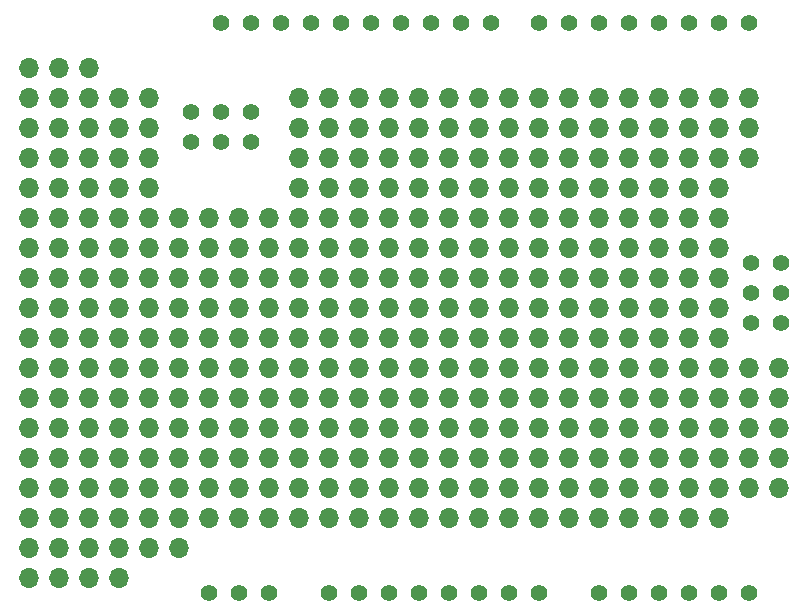
<source format=gbr>
%TF.GenerationSoftware,KiCad,Pcbnew,(6.0.10)*%
%TF.CreationDate,2023-07-13T12:22:52-04:00*%
%TF.ProjectId,ArduinoUnoR4Shield,41726475-696e-46f5-956e-6f5234536869,1.0*%
%TF.SameCoordinates,Original*%
%TF.FileFunction,Copper,L2,Bot*%
%TF.FilePolarity,Positive*%
%FSLAX46Y46*%
G04 Gerber Fmt 4.6, Leading zero omitted, Abs format (unit mm)*
G04 Created by KiCad (PCBNEW (6.0.10)) date 2023-07-13 12:22:52*
%MOMM*%
%LPD*%
G01*
G04 APERTURE LIST*
%TA.AperFunction,ComponentPad*%
%ADD10O,1.700000X1.700000*%
%TD*%
%TA.AperFunction,ComponentPad*%
%ADD11C,1.422000*%
%TD*%
G04 APERTURE END LIST*
D10*
%TO.P,REF\u002A\u002A,1*%
%TO.N,N/C*%
X109220000Y-90170000D03*
%TO.P,REF\u002A\u002A,2*%
X111760000Y-90170000D03*
%TO.P,REF\u002A\u002A,3*%
X114300000Y-90170000D03*
%TO.P,REF\u002A\u002A,4*%
X116840000Y-90170000D03*
%TO.P,REF\u002A\u002A,5*%
X119380000Y-90170000D03*
%TO.P,REF\u002A\u002A,6*%
X121920000Y-90170000D03*
%TO.P,REF\u002A\u002A,7*%
X124460000Y-90170000D03*
%TO.P,REF\u002A\u002A,8*%
X127000000Y-90170000D03*
%TO.P,REF\u002A\u002A,9*%
X129540000Y-90170000D03*
%TO.P,REF\u002A\u002A,10*%
X132080000Y-90170000D03*
%TO.P,REF\u002A\u002A,11*%
X134620000Y-90170000D03*
%TO.P,REF\u002A\u002A,12*%
X137160000Y-90170000D03*
%TO.P,REF\u002A\u002A,13*%
X139700000Y-90170000D03*
%TO.P,REF\u002A\u002A,14*%
X142240000Y-90170000D03*
%TO.P,REF\u002A\u002A,15*%
X144780000Y-90170000D03*
%TO.P,REF\u002A\u002A,16*%
X147320000Y-90170000D03*
%TO.P,REF\u002A\u002A,17*%
X149860000Y-90170000D03*
%TO.P,REF\u002A\u002A,18*%
X152400000Y-90170000D03*
%TO.P,REF\u002A\u002A,19*%
X154940000Y-90170000D03*
%TO.P,REF\u002A\u002A,20*%
X157480000Y-90170000D03*
%TO.P,REF\u002A\u002A,21*%
X160020000Y-90170000D03*
%TO.P,REF\u002A\u002A,22*%
X162560000Y-90170000D03*
%TO.P,REF\u002A\u002A,23*%
X165100000Y-90170000D03*
%TO.P,REF\u002A\u002A,24*%
X167640000Y-90170000D03*
%TD*%
%TO.P,REF\u002A\u002A,1*%
%TO.N,N/C*%
X109220000Y-97790000D03*
%TO.P,REF\u002A\u002A,2*%
X111760000Y-97790000D03*
%TO.P,REF\u002A\u002A,3*%
X114300000Y-97790000D03*
%TO.P,REF\u002A\u002A,4*%
X116840000Y-97790000D03*
%TO.P,REF\u002A\u002A,5*%
X119380000Y-97790000D03*
%TO.P,REF\u002A\u002A,6*%
X121920000Y-97790000D03*
%TO.P,REF\u002A\u002A,7*%
X124460000Y-97790000D03*
%TO.P,REF\u002A\u002A,8*%
X127000000Y-97790000D03*
%TO.P,REF\u002A\u002A,9*%
X129540000Y-97790000D03*
%TO.P,REF\u002A\u002A,10*%
X132080000Y-97790000D03*
%TO.P,REF\u002A\u002A,11*%
X134620000Y-97790000D03*
%TO.P,REF\u002A\u002A,12*%
X137160000Y-97790000D03*
%TO.P,REF\u002A\u002A,13*%
X139700000Y-97790000D03*
%TO.P,REF\u002A\u002A,14*%
X142240000Y-97790000D03*
%TO.P,REF\u002A\u002A,15*%
X144780000Y-97790000D03*
%TO.P,REF\u002A\u002A,16*%
X147320000Y-97790000D03*
%TO.P,REF\u002A\u002A,17*%
X149860000Y-97790000D03*
%TO.P,REF\u002A\u002A,18*%
X152400000Y-97790000D03*
%TO.P,REF\u002A\u002A,19*%
X154940000Y-97790000D03*
%TO.P,REF\u002A\u002A,20*%
X157480000Y-97790000D03*
%TO.P,REF\u002A\u002A,21*%
X160020000Y-97790000D03*
%TO.P,REF\u002A\u002A,22*%
X162560000Y-97790000D03*
%TO.P,REF\u002A\u002A,23*%
X165100000Y-97790000D03*
%TO.P,REF\u002A\u002A,24*%
X167640000Y-97790000D03*
%TO.P,REF\u002A\u002A,25*%
X170180000Y-97790000D03*
%TO.P,REF\u002A\u002A,26*%
X172720000Y-97790000D03*
%TD*%
D11*
%TO.P,U1,1,OFF*%
%TO.N,unconnected-(U1-Pad1)*%
X124474990Y-116840010D03*
%TO.P,U1,2,GND*%
%TO.N,unconnected-(U1-Pad2)*%
X127014990Y-116840010D03*
%TO.P,U1,3,VRTC*%
%TO.N,unconnected-(U1-Pad3)*%
X129554990Y-116840010D03*
%TD*%
D10*
%TO.P,REF\u002A\u002A,1*%
%TO.N,N/C*%
X109220000Y-77470000D03*
%TO.P,REF\u002A\u002A,2*%
X111760000Y-77470000D03*
%TO.P,REF\u002A\u002A,3*%
X114300000Y-77470000D03*
%TO.P,REF\u002A\u002A,4*%
X116840000Y-77470000D03*
%TO.P,REF\u002A\u002A,5*%
X119380000Y-77470000D03*
%TO.P,REF\u002A\u002A,10*%
X132080000Y-77470000D03*
%TO.P,REF\u002A\u002A,11*%
X134620000Y-77470000D03*
%TO.P,REF\u002A\u002A,12*%
X137160000Y-77470000D03*
%TO.P,REF\u002A\u002A,13*%
X139700000Y-77470000D03*
%TO.P,REF\u002A\u002A,14*%
X142240000Y-77470000D03*
%TO.P,REF\u002A\u002A,15*%
X144780000Y-77470000D03*
%TO.P,REF\u002A\u002A,16*%
X147320000Y-77470000D03*
%TO.P,REF\u002A\u002A,17*%
X149860000Y-77470000D03*
%TO.P,REF\u002A\u002A,18*%
X152400000Y-77470000D03*
%TO.P,REF\u002A\u002A,19*%
X154940000Y-77470000D03*
%TO.P,REF\u002A\u002A,20*%
X157480000Y-77470000D03*
%TO.P,REF\u002A\u002A,21*%
X160020000Y-77470000D03*
%TO.P,REF\u002A\u002A,22*%
X162560000Y-77470000D03*
%TO.P,REF\u002A\u002A,23*%
X165100000Y-77470000D03*
%TO.P,REF\u002A\u002A,24*%
X167640000Y-77470000D03*
%TO.P,REF\u002A\u002A,25*%
X170180000Y-77470000D03*
%TD*%
%TO.P,REF\u002A\u002A,1*%
%TO.N,N/C*%
X109220000Y-85090000D03*
%TO.P,REF\u002A\u002A,2*%
X111760000Y-85090000D03*
%TO.P,REF\u002A\u002A,3*%
X114300000Y-85090000D03*
%TO.P,REF\u002A\u002A,4*%
X116840000Y-85090000D03*
%TO.P,REF\u002A\u002A,5*%
X119380000Y-85090000D03*
%TO.P,REF\u002A\u002A,6*%
X121920000Y-85090000D03*
%TO.P,REF\u002A\u002A,7*%
X124460000Y-85090000D03*
%TO.P,REF\u002A\u002A,8*%
X127000000Y-85090000D03*
%TO.P,REF\u002A\u002A,9*%
X129540000Y-85090000D03*
%TO.P,REF\u002A\u002A,10*%
X132080000Y-85090000D03*
%TO.P,REF\u002A\u002A,11*%
X134620000Y-85090000D03*
%TO.P,REF\u002A\u002A,12*%
X137160000Y-85090000D03*
%TO.P,REF\u002A\u002A,13*%
X139700000Y-85090000D03*
%TO.P,REF\u002A\u002A,14*%
X142240000Y-85090000D03*
%TO.P,REF\u002A\u002A,15*%
X144780000Y-85090000D03*
%TO.P,REF\u002A\u002A,16*%
X147320000Y-85090000D03*
%TO.P,REF\u002A\u002A,17*%
X149860000Y-85090000D03*
%TO.P,REF\u002A\u002A,18*%
X152400000Y-85090000D03*
%TO.P,REF\u002A\u002A,19*%
X154940000Y-85090000D03*
%TO.P,REF\u002A\u002A,20*%
X157480000Y-85090000D03*
%TO.P,REF\u002A\u002A,21*%
X160020000Y-85090000D03*
%TO.P,REF\u002A\u002A,22*%
X162560000Y-85090000D03*
%TO.P,REF\u002A\u002A,23*%
X165100000Y-85090000D03*
%TO.P,REF\u002A\u002A,24*%
X167640000Y-85090000D03*
%TD*%
D11*
%TO.P,U5,1,CIPO*%
%TO.N,unconnected-(U5-Pad1)*%
X170301990Y-88915010D03*
%TO.P,U5,2,+5V*%
%TO.N,unconnected-(U5-Pad2)*%
X172841990Y-88915010D03*
%TO.P,U5,3,SCK*%
%TO.N,unconnected-(U5-Pad3)*%
X170301990Y-91455010D03*
%TO.P,U5,4,COPI*%
%TO.N,unconnected-(U5-Pad4)*%
X172841990Y-91455010D03*
%TO.P,U5,5,RESET*%
%TO.N,unconnected-(U5-Pad5)*%
X170301990Y-93995010D03*
%TO.P,U5,6,GND*%
%TO.N,unconnected-(U5-Pad6)*%
X172841990Y-93995010D03*
%TD*%
D10*
%TO.P,REF\u002A\u002A,1*%
%TO.N,N/C*%
X109220000Y-102870000D03*
%TO.P,REF\u002A\u002A,2*%
X111760000Y-102870000D03*
%TO.P,REF\u002A\u002A,3*%
X114300000Y-102870000D03*
%TO.P,REF\u002A\u002A,4*%
X116840000Y-102870000D03*
%TO.P,REF\u002A\u002A,5*%
X119380000Y-102870000D03*
%TO.P,REF\u002A\u002A,6*%
X121920000Y-102870000D03*
%TO.P,REF\u002A\u002A,7*%
X124460000Y-102870000D03*
%TO.P,REF\u002A\u002A,8*%
X127000000Y-102870000D03*
%TO.P,REF\u002A\u002A,9*%
X129540000Y-102870000D03*
%TO.P,REF\u002A\u002A,10*%
X132080000Y-102870000D03*
%TO.P,REF\u002A\u002A,11*%
X134620000Y-102870000D03*
%TO.P,REF\u002A\u002A,12*%
X137160000Y-102870000D03*
%TO.P,REF\u002A\u002A,13*%
X139700000Y-102870000D03*
%TO.P,REF\u002A\u002A,14*%
X142240000Y-102870000D03*
%TO.P,REF\u002A\u002A,15*%
X144780000Y-102870000D03*
%TO.P,REF\u002A\u002A,16*%
X147320000Y-102870000D03*
%TO.P,REF\u002A\u002A,17*%
X149860000Y-102870000D03*
%TO.P,REF\u002A\u002A,18*%
X152400000Y-102870000D03*
%TO.P,REF\u002A\u002A,19*%
X154940000Y-102870000D03*
%TO.P,REF\u002A\u002A,20*%
X157480000Y-102870000D03*
%TO.P,REF\u002A\u002A,21*%
X160020000Y-102870000D03*
%TO.P,REF\u002A\u002A,22*%
X162560000Y-102870000D03*
%TO.P,REF\u002A\u002A,23*%
X165100000Y-102870000D03*
%TO.P,REF\u002A\u002A,24*%
X167640000Y-102870000D03*
%TO.P,REF\u002A\u002A,25*%
X170180000Y-102870000D03*
%TO.P,REF\u002A\u002A,26*%
X172720000Y-102870000D03*
%TD*%
%TO.P,REF\u002A\u002A,1*%
%TO.N,N/C*%
X109220000Y-113030000D03*
%TO.P,REF\u002A\u002A,2*%
X111760000Y-113030000D03*
%TO.P,REF\u002A\u002A,3*%
X114300000Y-113030000D03*
%TO.P,REF\u002A\u002A,4*%
X116840000Y-113030000D03*
%TO.P,REF\u002A\u002A,5*%
X119380000Y-113030000D03*
%TO.P,REF\u002A\u002A,6*%
X121920000Y-113030000D03*
%TD*%
%TO.P,REF\u002A\u002A,1*%
%TO.N,N/C*%
X109220000Y-115570000D03*
%TO.P,REF\u002A\u002A,2*%
X111760000Y-115570000D03*
%TO.P,REF\u002A\u002A,3*%
X114300000Y-115570000D03*
%TO.P,REF\u002A\u002A,4*%
X116840000Y-115570000D03*
%TD*%
%TO.P,REF\u002A\u002A,1*%
%TO.N,N/C*%
X109220000Y-100330000D03*
%TO.P,REF\u002A\u002A,2*%
X111760000Y-100330000D03*
%TO.P,REF\u002A\u002A,3*%
X114300000Y-100330000D03*
%TO.P,REF\u002A\u002A,4*%
X116840000Y-100330000D03*
%TO.P,REF\u002A\u002A,5*%
X119380000Y-100330000D03*
%TO.P,REF\u002A\u002A,6*%
X121920000Y-100330000D03*
%TO.P,REF\u002A\u002A,7*%
X124460000Y-100330000D03*
%TO.P,REF\u002A\u002A,8*%
X127000000Y-100330000D03*
%TO.P,REF\u002A\u002A,9*%
X129540000Y-100330000D03*
%TO.P,REF\u002A\u002A,10*%
X132080000Y-100330000D03*
%TO.P,REF\u002A\u002A,11*%
X134620000Y-100330000D03*
%TO.P,REF\u002A\u002A,12*%
X137160000Y-100330000D03*
%TO.P,REF\u002A\u002A,13*%
X139700000Y-100330000D03*
%TO.P,REF\u002A\u002A,14*%
X142240000Y-100330000D03*
%TO.P,REF\u002A\u002A,15*%
X144780000Y-100330000D03*
%TO.P,REF\u002A\u002A,16*%
X147320000Y-100330000D03*
%TO.P,REF\u002A\u002A,17*%
X149860000Y-100330000D03*
%TO.P,REF\u002A\u002A,18*%
X152400000Y-100330000D03*
%TO.P,REF\u002A\u002A,19*%
X154940000Y-100330000D03*
%TO.P,REF\u002A\u002A,20*%
X157480000Y-100330000D03*
%TO.P,REF\u002A\u002A,21*%
X160020000Y-100330000D03*
%TO.P,REF\u002A\u002A,22*%
X162560000Y-100330000D03*
%TO.P,REF\u002A\u002A,23*%
X165100000Y-100330000D03*
%TO.P,REF\u002A\u002A,24*%
X167640000Y-100330000D03*
%TO.P,REF\u002A\u002A,25*%
X170180000Y-100330000D03*
%TO.P,REF\u002A\u002A,26*%
X172720000Y-100330000D03*
%TD*%
%TO.P,REF\u002A\u002A,1*%
%TO.N,N/C*%
X109220000Y-105410000D03*
%TO.P,REF\u002A\u002A,2*%
X111760000Y-105410000D03*
%TO.P,REF\u002A\u002A,3*%
X114300000Y-105410000D03*
%TO.P,REF\u002A\u002A,4*%
X116840000Y-105410000D03*
%TO.P,REF\u002A\u002A,5*%
X119380000Y-105410000D03*
%TO.P,REF\u002A\u002A,6*%
X121920000Y-105410000D03*
%TO.P,REF\u002A\u002A,7*%
X124460000Y-105410000D03*
%TO.P,REF\u002A\u002A,8*%
X127000000Y-105410000D03*
%TO.P,REF\u002A\u002A,9*%
X129540000Y-105410000D03*
%TO.P,REF\u002A\u002A,10*%
X132080000Y-105410000D03*
%TO.P,REF\u002A\u002A,11*%
X134620000Y-105410000D03*
%TO.P,REF\u002A\u002A,12*%
X137160000Y-105410000D03*
%TO.P,REF\u002A\u002A,13*%
X139700000Y-105410000D03*
%TO.P,REF\u002A\u002A,14*%
X142240000Y-105410000D03*
%TO.P,REF\u002A\u002A,15*%
X144780000Y-105410000D03*
%TO.P,REF\u002A\u002A,16*%
X147320000Y-105410000D03*
%TO.P,REF\u002A\u002A,17*%
X149860000Y-105410000D03*
%TO.P,REF\u002A\u002A,18*%
X152400000Y-105410000D03*
%TO.P,REF\u002A\u002A,19*%
X154940000Y-105410000D03*
%TO.P,REF\u002A\u002A,20*%
X157480000Y-105410000D03*
%TO.P,REF\u002A\u002A,21*%
X160020000Y-105410000D03*
%TO.P,REF\u002A\u002A,22*%
X162560000Y-105410000D03*
%TO.P,REF\u002A\u002A,23*%
X165100000Y-105410000D03*
%TO.P,REF\u002A\u002A,24*%
X167640000Y-105410000D03*
%TO.P,REF\u002A\u002A,25*%
X170180000Y-105410000D03*
%TO.P,REF\u002A\u002A,26*%
X172720000Y-105410000D03*
%TD*%
%TO.P,REF\u002A\u002A,1*%
%TO.N,N/C*%
X109220000Y-87630000D03*
%TO.P,REF\u002A\u002A,2*%
X111760000Y-87630000D03*
%TO.P,REF\u002A\u002A,3*%
X114300000Y-87630000D03*
%TO.P,REF\u002A\u002A,4*%
X116840000Y-87630000D03*
%TO.P,REF\u002A\u002A,5*%
X119380000Y-87630000D03*
%TO.P,REF\u002A\u002A,6*%
X121920000Y-87630000D03*
%TO.P,REF\u002A\u002A,7*%
X124460000Y-87630000D03*
%TO.P,REF\u002A\u002A,8*%
X127000000Y-87630000D03*
%TO.P,REF\u002A\u002A,9*%
X129540000Y-87630000D03*
%TO.P,REF\u002A\u002A,10*%
X132080000Y-87630000D03*
%TO.P,REF\u002A\u002A,11*%
X134620000Y-87630000D03*
%TO.P,REF\u002A\u002A,12*%
X137160000Y-87630000D03*
%TO.P,REF\u002A\u002A,13*%
X139700000Y-87630000D03*
%TO.P,REF\u002A\u002A,14*%
X142240000Y-87630000D03*
%TO.P,REF\u002A\u002A,15*%
X144780000Y-87630000D03*
%TO.P,REF\u002A\u002A,16*%
X147320000Y-87630000D03*
%TO.P,REF\u002A\u002A,17*%
X149860000Y-87630000D03*
%TO.P,REF\u002A\u002A,18*%
X152400000Y-87630000D03*
%TO.P,REF\u002A\u002A,19*%
X154940000Y-87630000D03*
%TO.P,REF\u002A\u002A,20*%
X157480000Y-87630000D03*
%TO.P,REF\u002A\u002A,21*%
X160020000Y-87630000D03*
%TO.P,REF\u002A\u002A,22*%
X162560000Y-87630000D03*
%TO.P,REF\u002A\u002A,23*%
X165100000Y-87630000D03*
%TO.P,REF\u002A\u002A,24*%
X167640000Y-87630000D03*
%TD*%
%TO.P,REF\u002A\u002A,1*%
%TO.N,N/C*%
X109220000Y-92710000D03*
%TO.P,REF\u002A\u002A,2*%
X111760000Y-92710000D03*
%TO.P,REF\u002A\u002A,3*%
X114300000Y-92710000D03*
%TO.P,REF\u002A\u002A,4*%
X116840000Y-92710000D03*
%TO.P,REF\u002A\u002A,5*%
X119380000Y-92710000D03*
%TO.P,REF\u002A\u002A,6*%
X121920000Y-92710000D03*
%TO.P,REF\u002A\u002A,7*%
X124460000Y-92710000D03*
%TO.P,REF\u002A\u002A,8*%
X127000000Y-92710000D03*
%TO.P,REF\u002A\u002A,9*%
X129540000Y-92710000D03*
%TO.P,REF\u002A\u002A,10*%
X132080000Y-92710000D03*
%TO.P,REF\u002A\u002A,11*%
X134620000Y-92710000D03*
%TO.P,REF\u002A\u002A,12*%
X137160000Y-92710000D03*
%TO.P,REF\u002A\u002A,13*%
X139700000Y-92710000D03*
%TO.P,REF\u002A\u002A,14*%
X142240000Y-92710000D03*
%TO.P,REF\u002A\u002A,15*%
X144780000Y-92710000D03*
%TO.P,REF\u002A\u002A,16*%
X147320000Y-92710000D03*
%TO.P,REF\u002A\u002A,17*%
X149860000Y-92710000D03*
%TO.P,REF\u002A\u002A,18*%
X152400000Y-92710000D03*
%TO.P,REF\u002A\u002A,19*%
X154940000Y-92710000D03*
%TO.P,REF\u002A\u002A,20*%
X157480000Y-92710000D03*
%TO.P,REF\u002A\u002A,21*%
X160020000Y-92710000D03*
%TO.P,REF\u002A\u002A,22*%
X162560000Y-92710000D03*
%TO.P,REF\u002A\u002A,23*%
X165100000Y-92710000D03*
%TO.P,REF\u002A\u002A,24*%
X167640000Y-92710000D03*
%TD*%
%TO.P,REF\u002A\u002A,1*%
%TO.N,unconnected-(U6-Pad1)*%
X109220000Y-72390000D03*
%TO.P,REF\u002A\u002A,2*%
%TO.N,unconnected-(U6-Pad2)*%
X111760000Y-72390000D03*
%TO.P,REF\u002A\u002A,3*%
%TO.N,N/C*%
X114300000Y-72390000D03*
%TD*%
%TO.P,REF\u002A\u002A,1*%
%TO.N,N/C*%
X109220000Y-110490000D03*
%TO.P,REF\u002A\u002A,2*%
X111760000Y-110490000D03*
%TO.P,REF\u002A\u002A,3*%
X114300000Y-110490000D03*
%TO.P,REF\u002A\u002A,4*%
X116840000Y-110490000D03*
%TO.P,REF\u002A\u002A,5*%
X119380000Y-110490000D03*
%TO.P,REF\u002A\u002A,6*%
X121920000Y-110490000D03*
%TO.P,REF\u002A\u002A,7*%
%TO.N,unconnected-(U1-Pad1)*%
X124460000Y-110490000D03*
%TO.P,REF\u002A\u002A,8*%
%TO.N,unconnected-(U1-Pad2)*%
X127000000Y-110490000D03*
%TO.P,REF\u002A\u002A,9*%
%TO.N,unconnected-(U1-Pad3)*%
X129540000Y-110490000D03*
%TO.P,REF\u002A\u002A,10*%
%TO.N,N/C*%
X132080000Y-110490000D03*
%TO.P,REF\u002A\u002A,11*%
%TO.N,unconnected-(U2-Pad1)*%
X134620000Y-110490000D03*
%TO.P,REF\u002A\u002A,12*%
%TO.N,unconnected-(U2-Pad2)*%
X137160000Y-110490000D03*
%TO.P,REF\u002A\u002A,13*%
%TO.N,unconnected-(U2-Pad3)*%
X139700000Y-110490000D03*
%TO.P,REF\u002A\u002A,14*%
%TO.N,unconnected-(U2-Pad4)*%
X142240000Y-110490000D03*
%TO.P,REF\u002A\u002A,15*%
%TO.N,unconnected-(U2-Pad5)*%
X144780000Y-110490000D03*
%TO.P,REF\u002A\u002A,16*%
%TO.N,unconnected-(U2-Pad6)*%
X147320000Y-110490000D03*
%TO.P,REF\u002A\u002A,17*%
%TO.N,unconnected-(U2-Pad7)*%
X149860000Y-110490000D03*
%TO.P,REF\u002A\u002A,18*%
%TO.N,unconnected-(U2-Pad8)*%
X152400000Y-110490000D03*
%TO.P,REF\u002A\u002A,19*%
%TO.N,unconnected-(U3-Pad9)*%
X154940000Y-110490000D03*
%TO.P,REF\u002A\u002A,20*%
%TO.N,unconnected-(U3-Pad10)*%
X157480000Y-110490000D03*
%TO.P,REF\u002A\u002A,21*%
%TO.N,unconnected-(U3-Pad11)*%
X160020000Y-110490000D03*
%TO.P,REF\u002A\u002A,22*%
%TO.N,unconnected-(U3-Pad12)*%
X162560000Y-110490000D03*
%TO.P,REF\u002A\u002A,23*%
%TO.N,unconnected-(U3-Pad13)*%
X165100000Y-110490000D03*
%TO.P,REF\u002A\u002A,24*%
%TO.N,unconnected-(U3-Pad14)*%
X167640000Y-110490000D03*
%TD*%
D11*
%TO.P,U7,11,D7*%
%TO.N,unconnected-(U7-Pad11)*%
X152399990Y-68580010D03*
%TO.P,U7,12,~D6*%
%TO.N,unconnected-(U7-Pad12)*%
X154939990Y-68580010D03*
%TO.P,U7,13,~D5*%
%TO.N,unconnected-(U7-Pad13)*%
X157479990Y-68580010D03*
%TO.P,U7,14,D4*%
%TO.N,unconnected-(U7-Pad14)*%
X160019990Y-68580010D03*
%TO.P,U7,15,~D3*%
%TO.N,unconnected-(U7-Pad15)*%
X162559990Y-68580010D03*
%TO.P,U7,16,D2*%
%TO.N,unconnected-(U7-Pad16)*%
X165099990Y-68580010D03*
%TO.P,U7,17,D1/TX0*%
%TO.N,unconnected-(U7-Pad17)*%
X167639990Y-68580010D03*
%TO.P,U7,18,D0/RX0*%
%TO.N,unconnected-(U7-Pad18)*%
X170179990Y-68580010D03*
%TD*%
D10*
%TO.P,REF\u002A\u002A,1*%
%TO.N,N/C*%
X109220000Y-107950000D03*
%TO.P,REF\u002A\u002A,2*%
X111760000Y-107950000D03*
%TO.P,REF\u002A\u002A,3*%
X114300000Y-107950000D03*
%TO.P,REF\u002A\u002A,4*%
X116840000Y-107950000D03*
%TO.P,REF\u002A\u002A,5*%
X119380000Y-107950000D03*
%TO.P,REF\u002A\u002A,6*%
X121920000Y-107950000D03*
%TO.P,REF\u002A\u002A,7*%
X124460000Y-107950000D03*
%TO.P,REF\u002A\u002A,8*%
X127000000Y-107950000D03*
%TO.P,REF\u002A\u002A,9*%
X129540000Y-107950000D03*
%TO.P,REF\u002A\u002A,10*%
X132080000Y-107950000D03*
%TO.P,REF\u002A\u002A,11*%
X134620000Y-107950000D03*
%TO.P,REF\u002A\u002A,12*%
X137160000Y-107950000D03*
%TO.P,REF\u002A\u002A,13*%
X139700000Y-107950000D03*
%TO.P,REF\u002A\u002A,14*%
X142240000Y-107950000D03*
%TO.P,REF\u002A\u002A,15*%
X144780000Y-107950000D03*
%TO.P,REF\u002A\u002A,16*%
X147320000Y-107950000D03*
%TO.P,REF\u002A\u002A,17*%
X149860000Y-107950000D03*
%TO.P,REF\u002A\u002A,18*%
X152400000Y-107950000D03*
%TO.P,REF\u002A\u002A,19*%
X154940000Y-107950000D03*
%TO.P,REF\u002A\u002A,20*%
X157480000Y-107950000D03*
%TO.P,REF\u002A\u002A,21*%
X160020000Y-107950000D03*
%TO.P,REF\u002A\u002A,22*%
X162560000Y-107950000D03*
%TO.P,REF\u002A\u002A,23*%
X165100000Y-107950000D03*
%TO.P,REF\u002A\u002A,24*%
X167640000Y-107950000D03*
%TO.P,REF\u002A\u002A,25*%
X170180000Y-107950000D03*
%TO.P,REF\u002A\u002A,26*%
X172720000Y-107950000D03*
%TD*%
D11*
%TO.P,U6,1,SCL*%
%TO.N,unconnected-(U6-Pad1)*%
X125476000Y-68580000D03*
%TO.P,U6,2,SDA*%
%TO.N,unconnected-(U6-Pad2)*%
X128016000Y-68580000D03*
%TO.P,U6,3,AREF*%
%TO.N,unconnected-(U6-Pad3)*%
X130556000Y-68580000D03*
%TO.P,U6,4,GND*%
%TO.N,unconnected-(U6-Pad4)*%
X133096000Y-68580000D03*
%TO.P,U6,5,D13/SCK/CANRX0*%
%TO.N,unconnected-(U6-Pad5)*%
X135636000Y-68580000D03*
%TO.P,U6,6,D12/CIPO*%
%TO.N,unconnected-(U6-Pad6)*%
X138176000Y-68580000D03*
%TO.P,U6,7,~D11/COPI*%
%TO.N,unconnected-(U6-Pad7)*%
X140716000Y-68580000D03*
%TO.P,U6,8,~D10/CS/CANTX0*%
%TO.N,unconnected-(U6-Pad8)*%
X143256000Y-68580000D03*
%TO.P,U6,9,~D9*%
%TO.N,unconnected-(U6-Pad9)*%
X145796000Y-68580000D03*
%TO.P,U6,10,D8*%
%TO.N,unconnected-(U6-Pad10)*%
X148336000Y-68580000D03*
%TD*%
D10*
%TO.P,REF\u002A\u002A,1*%
%TO.N,N/C*%
X109220000Y-95250000D03*
%TO.P,REF\u002A\u002A,2*%
X111760000Y-95250000D03*
%TO.P,REF\u002A\u002A,3*%
X114300000Y-95250000D03*
%TO.P,REF\u002A\u002A,4*%
X116840000Y-95250000D03*
%TO.P,REF\u002A\u002A,5*%
X119380000Y-95250000D03*
%TO.P,REF\u002A\u002A,6*%
X121920000Y-95250000D03*
%TO.P,REF\u002A\u002A,7*%
X124460000Y-95250000D03*
%TO.P,REF\u002A\u002A,8*%
X127000000Y-95250000D03*
%TO.P,REF\u002A\u002A,9*%
X129540000Y-95250000D03*
%TO.P,REF\u002A\u002A,10*%
X132080000Y-95250000D03*
%TO.P,REF\u002A\u002A,11*%
X134620000Y-95250000D03*
%TO.P,REF\u002A\u002A,12*%
X137160000Y-95250000D03*
%TO.P,REF\u002A\u002A,13*%
X139700000Y-95250000D03*
%TO.P,REF\u002A\u002A,14*%
X142240000Y-95250000D03*
%TO.P,REF\u002A\u002A,15*%
X144780000Y-95250000D03*
%TO.P,REF\u002A\u002A,16*%
X147320000Y-95250000D03*
%TO.P,REF\u002A\u002A,17*%
X149860000Y-95250000D03*
%TO.P,REF\u002A\u002A,18*%
X152400000Y-95250000D03*
%TO.P,REF\u002A\u002A,19*%
X154940000Y-95250000D03*
%TO.P,REF\u002A\u002A,20*%
X157480000Y-95250000D03*
%TO.P,REF\u002A\u002A,21*%
X160020000Y-95250000D03*
%TO.P,REF\u002A\u002A,22*%
X162560000Y-95250000D03*
%TO.P,REF\u002A\u002A,23*%
X165100000Y-95250000D03*
%TO.P,REF\u002A\u002A,24*%
X167640000Y-95250000D03*
%TD*%
%TO.P,REF\u002A\u002A,1*%
%TO.N,N/C*%
X109220000Y-80010000D03*
%TO.P,REF\u002A\u002A,2*%
X111760000Y-80010000D03*
%TO.P,REF\u002A\u002A,3*%
X114300000Y-80010000D03*
%TO.P,REF\u002A\u002A,4*%
X116840000Y-80010000D03*
%TO.P,REF\u002A\u002A,5*%
X119380000Y-80010000D03*
%TO.P,REF\u002A\u002A,10*%
X132080000Y-80010000D03*
%TO.P,REF\u002A\u002A,11*%
X134620000Y-80010000D03*
%TO.P,REF\u002A\u002A,12*%
X137160000Y-80010000D03*
%TO.P,REF\u002A\u002A,13*%
X139700000Y-80010000D03*
%TO.P,REF\u002A\u002A,14*%
X142240000Y-80010000D03*
%TO.P,REF\u002A\u002A,15*%
X144780000Y-80010000D03*
%TO.P,REF\u002A\u002A,16*%
X147320000Y-80010000D03*
%TO.P,REF\u002A\u002A,17*%
X149860000Y-80010000D03*
%TO.P,REF\u002A\u002A,18*%
X152400000Y-80010000D03*
%TO.P,REF\u002A\u002A,19*%
X154940000Y-80010000D03*
%TO.P,REF\u002A\u002A,20*%
X157480000Y-80010000D03*
%TO.P,REF\u002A\u002A,21*%
X160020000Y-80010000D03*
%TO.P,REF\u002A\u002A,22*%
X162560000Y-80010000D03*
%TO.P,REF\u002A\u002A,23*%
X165100000Y-80010000D03*
%TO.P,REF\u002A\u002A,24*%
X167640000Y-80010000D03*
%TO.P,REF\u002A\u002A,25*%
X170180000Y-80010000D03*
%TD*%
D11*
%TO.P,U3,9,A0*%
%TO.N,unconnected-(U3-Pad9)*%
X157480000Y-116840000D03*
%TO.P,U3,10,A1*%
%TO.N,unconnected-(U3-Pad10)*%
X160020000Y-116840000D03*
%TO.P,U3,11,A2*%
%TO.N,unconnected-(U3-Pad11)*%
X162560000Y-116840000D03*
%TO.P,U3,12,A3*%
%TO.N,unconnected-(U3-Pad12)*%
X165100000Y-116840000D03*
%TO.P,U3,13,A4*%
%TO.N,unconnected-(U3-Pad13)*%
X167640000Y-116840000D03*
%TO.P,U3,14,A5*%
%TO.N,unconnected-(U3-Pad14)*%
X170180000Y-116840000D03*
%TD*%
%TO.P,U2,1,BOOT*%
%TO.N,unconnected-(U2-Pad1)*%
X134620000Y-116840000D03*
%TO.P,U2,2,IOREF*%
%TO.N,unconnected-(U2-Pad2)*%
X137160000Y-116840000D03*
%TO.P,U2,3,Reset*%
%TO.N,unconnected-(U2-Pad3)*%
X139700000Y-116840000D03*
%TO.P,U2,4,+3V3*%
%TO.N,unconnected-(U2-Pad4)*%
X142240000Y-116840000D03*
%TO.P,U2,5,+5V*%
%TO.N,unconnected-(U2-Pad5)*%
X144780000Y-116840000D03*
%TO.P,U2,6,GND*%
%TO.N,unconnected-(U2-Pad6)*%
X147320000Y-116840000D03*
%TO.P,U2,7,GND*%
%TO.N,unconnected-(U2-Pad7)*%
X149860000Y-116840000D03*
%TO.P,U2,8,VIN*%
%TO.N,unconnected-(U2-Pad8)*%
X152400000Y-116840000D03*
%TD*%
D10*
%TO.P,REF\u002A\u002A,1*%
%TO.N,N/C*%
X109220000Y-74930000D03*
%TO.P,REF\u002A\u002A,2*%
X111760000Y-74930000D03*
%TO.P,REF\u002A\u002A,3*%
X114300000Y-74930000D03*
%TO.P,REF\u002A\u002A,4*%
X116840000Y-74930000D03*
%TO.P,REF\u002A\u002A,5*%
X119380000Y-74930000D03*
%TO.P,REF\u002A\u002A,10*%
%TO.N,unconnected-(U6-Pad3)*%
X132080000Y-74930000D03*
%TO.P,REF\u002A\u002A,11*%
%TO.N,unconnected-(U6-Pad4)*%
X134620000Y-74930000D03*
%TO.P,REF\u002A\u002A,12*%
%TO.N,unconnected-(U6-Pad5)*%
X137160000Y-74930000D03*
%TO.P,REF\u002A\u002A,13*%
%TO.N,unconnected-(U6-Pad6)*%
X139700000Y-74930000D03*
%TO.P,REF\u002A\u002A,14*%
%TO.N,unconnected-(U6-Pad7)*%
X142240000Y-74930000D03*
%TO.P,REF\u002A\u002A,15*%
%TO.N,unconnected-(U6-Pad8)*%
X144780000Y-74930000D03*
%TO.P,REF\u002A\u002A,16*%
%TO.N,unconnected-(U6-Pad9)*%
X147320000Y-74930000D03*
%TO.P,REF\u002A\u002A,17*%
%TO.N,unconnected-(U6-Pad10)*%
X149860000Y-74930000D03*
%TO.P,REF\u002A\u002A,18*%
%TO.N,unconnected-(U7-Pad11)*%
X152400000Y-74930000D03*
%TO.P,REF\u002A\u002A,19*%
%TO.N,unconnected-(U7-Pad12)*%
X154940000Y-74930000D03*
%TO.P,REF\u002A\u002A,20*%
%TO.N,unconnected-(U7-Pad13)*%
X157480000Y-74930000D03*
%TO.P,REF\u002A\u002A,21*%
%TO.N,unconnected-(U7-Pad14)*%
X160020000Y-74930000D03*
%TO.P,REF\u002A\u002A,22*%
%TO.N,unconnected-(U7-Pad15)*%
X162560000Y-74930000D03*
%TO.P,REF\u002A\u002A,23*%
%TO.N,unconnected-(U7-Pad16)*%
X165100000Y-74930000D03*
%TO.P,REF\u002A\u002A,24*%
%TO.N,unconnected-(U7-Pad17)*%
X167640000Y-74930000D03*
%TO.P,REF\u002A\u002A,25*%
%TO.N,unconnected-(U7-Pad18)*%
X170180000Y-74930000D03*
%TD*%
%TO.P,REF\u002A\u002A,1*%
%TO.N,N/C*%
X109220000Y-82550000D03*
%TO.P,REF\u002A\u002A,2*%
X111760000Y-82550000D03*
%TO.P,REF\u002A\u002A,3*%
X114300000Y-82550000D03*
%TO.P,REF\u002A\u002A,4*%
X116840000Y-82550000D03*
%TO.P,REF\u002A\u002A,5*%
X119380000Y-82550000D03*
%TO.P,REF\u002A\u002A,10*%
X132080000Y-82550000D03*
%TO.P,REF\u002A\u002A,11*%
X134620000Y-82550000D03*
%TO.P,REF\u002A\u002A,12*%
X137160000Y-82550000D03*
%TO.P,REF\u002A\u002A,13*%
X139700000Y-82550000D03*
%TO.P,REF\u002A\u002A,14*%
X142240000Y-82550000D03*
%TO.P,REF\u002A\u002A,15*%
X144780000Y-82550000D03*
%TO.P,REF\u002A\u002A,16*%
X147320000Y-82550000D03*
%TO.P,REF\u002A\u002A,17*%
X149860000Y-82550000D03*
%TO.P,REF\u002A\u002A,18*%
X152400000Y-82550000D03*
%TO.P,REF\u002A\u002A,19*%
X154940000Y-82550000D03*
%TO.P,REF\u002A\u002A,20*%
X157480000Y-82550000D03*
%TO.P,REF\u002A\u002A,21*%
X160020000Y-82550000D03*
%TO.P,REF\u002A\u002A,22*%
X162560000Y-82550000D03*
%TO.P,REF\u002A\u002A,23*%
X165100000Y-82550000D03*
%TO.P,REF\u002A\u002A,24*%
X167640000Y-82550000D03*
%TD*%
D11*
%TO.P,U4,1,GPIO42*%
%TO.N,unconnected-(U4-Pad1)*%
X128016000Y-76149200D03*
%TO.P,U4,2,GPIO41*%
%TO.N,unconnected-(U4-Pad2)*%
X128016000Y-78689200D03*
%TO.P,U4,3,GPIO43/TXD0*%
%TO.N,unconnected-(U4-Pad3)*%
X125476000Y-76149200D03*
%TO.P,U4,4,GPIO0/DOWNLOAD*%
%TO.N,unconnected-(U4-Pad4)*%
X125476000Y-78689200D03*
%TO.P,U4,5,GPIO44/RXD0*%
%TO.N,unconnected-(U4-Pad5)*%
X122936000Y-76149200D03*
%TO.P,U4,6,GND*%
%TO.N,unconnected-(U4-Pad6)*%
X122936000Y-78689200D03*
%TD*%
M02*

</source>
